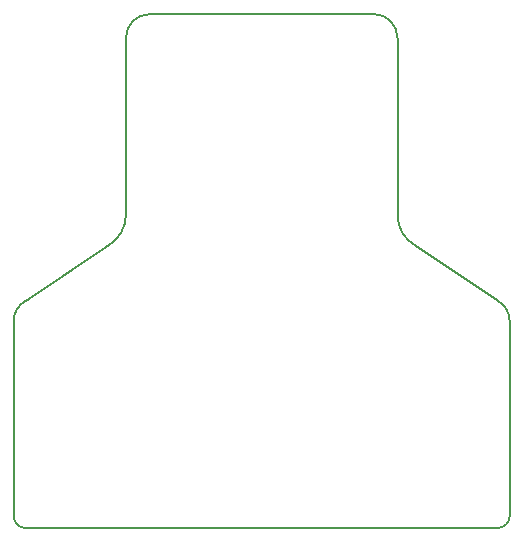
<source format=gbr>
G04 #@! TF.GenerationSoftware,KiCad,Pcbnew,(6.0.4-0)*
G04 #@! TF.CreationDate,2022-05-30T10:48:12+01:00*
G04 #@! TF.ProjectId,InterlockSplitterCombiner06,496e7465-726c-46f6-936b-53706c697474,rev?*
G04 #@! TF.SameCoordinates,Original*
G04 #@! TF.FileFunction,Profile,NP*
%FSLAX46Y46*%
G04 Gerber Fmt 4.6, Leading zero omitted, Abs format (unit mm)*
G04 Created by KiCad (PCBNEW (6.0.4-0)) date 2022-05-30 10:48:12*
%MOMM*%
%LPD*%
G01*
G04 APERTURE LIST*
G04 #@! TA.AperFunction,Profile*
%ADD10C,0.200000*%
G04 #@! TD*
G04 APERTURE END LIST*
D10*
X173036150Y-66118615D02*
X179894427Y-70711146D01*
X147043487Y-66072479D02*
X140005900Y-70764556D01*
X140005900Y-70764556D02*
G75*
G03*
X139000000Y-72500000I994100J-1735444D01*
G01*
X147043487Y-66072479D02*
G75*
G03*
X148500000Y-63500000I-1543487J2572479D01*
G01*
X171500000Y-48500000D02*
G75*
G03*
X169500000Y-46500000I-2000000J0D01*
G01*
X150500000Y-46500000D02*
G75*
G03*
X148500000Y-48500000I0J-2000000D01*
G01*
X150500000Y-46500000D02*
X169500000Y-46500000D01*
X171500000Y-48500000D02*
X171500000Y-63500000D01*
X148500000Y-48500000D02*
X148500000Y-63500000D01*
X139000000Y-89000000D02*
G75*
G03*
X140000000Y-90000000I1000000J0D01*
G01*
X180000000Y-90000000D02*
G75*
G03*
X181000000Y-89000000I0J1000000D01*
G01*
X181000000Y-72500000D02*
X181000000Y-89000000D01*
X171500000Y-63500000D02*
G75*
G03*
X173036150Y-66118615I3000000J0D01*
G01*
X139000000Y-89000000D02*
X139000000Y-72500000D01*
X181000000Y-72500000D02*
G75*
G03*
X179894427Y-70711146I-2000000J0D01*
G01*
X180000000Y-90000000D02*
X140000000Y-90000000D01*
M02*

</source>
